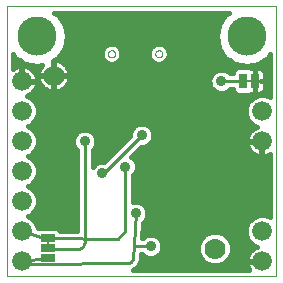
<source format=gbl>
G75*
%MOIN*%
%OFA0B0*%
%FSLAX25Y25*%
%IPPOS*%
%LPD*%
%AMOC8*
5,1,8,0,0,1.08239X$1,22.5*
%
%ADD10C,0.00000*%
%ADD11C,0.13055*%
%ADD12C,0.06600*%
%ADD13C,0.00800*%
%ADD14R,0.02500X0.05000*%
%ADD15C,0.07000*%
%ADD16R,0.05000X0.02500*%
%ADD17C,0.01600*%
%ADD18C,0.03562*%
%ADD19C,0.01000*%
%ADD20C,0.00001*%
D10*
X0007800Y0007420D02*
X0007800Y0097421D01*
X0097681Y0097421D01*
X0097681Y0007420D01*
X0007800Y0007420D01*
X0041555Y0081555D02*
X0041557Y0081624D01*
X0041563Y0081692D01*
X0041573Y0081760D01*
X0041587Y0081827D01*
X0041605Y0081894D01*
X0041626Y0081959D01*
X0041652Y0082023D01*
X0041681Y0082085D01*
X0041713Y0082145D01*
X0041749Y0082204D01*
X0041789Y0082260D01*
X0041831Y0082314D01*
X0041877Y0082365D01*
X0041926Y0082414D01*
X0041977Y0082460D01*
X0042031Y0082502D01*
X0042087Y0082542D01*
X0042145Y0082578D01*
X0042206Y0082610D01*
X0042268Y0082639D01*
X0042332Y0082665D01*
X0042397Y0082686D01*
X0042464Y0082704D01*
X0042531Y0082718D01*
X0042599Y0082728D01*
X0042667Y0082734D01*
X0042736Y0082736D01*
X0042805Y0082734D01*
X0042873Y0082728D01*
X0042941Y0082718D01*
X0043008Y0082704D01*
X0043075Y0082686D01*
X0043140Y0082665D01*
X0043204Y0082639D01*
X0043266Y0082610D01*
X0043326Y0082578D01*
X0043385Y0082542D01*
X0043441Y0082502D01*
X0043495Y0082460D01*
X0043546Y0082414D01*
X0043595Y0082365D01*
X0043641Y0082314D01*
X0043683Y0082260D01*
X0043723Y0082204D01*
X0043759Y0082145D01*
X0043791Y0082085D01*
X0043820Y0082023D01*
X0043846Y0081959D01*
X0043867Y0081894D01*
X0043885Y0081827D01*
X0043899Y0081760D01*
X0043909Y0081692D01*
X0043915Y0081624D01*
X0043917Y0081555D01*
X0043915Y0081486D01*
X0043909Y0081418D01*
X0043899Y0081350D01*
X0043885Y0081283D01*
X0043867Y0081216D01*
X0043846Y0081151D01*
X0043820Y0081087D01*
X0043791Y0081025D01*
X0043759Y0080964D01*
X0043723Y0080906D01*
X0043683Y0080850D01*
X0043641Y0080796D01*
X0043595Y0080745D01*
X0043546Y0080696D01*
X0043495Y0080650D01*
X0043441Y0080608D01*
X0043385Y0080568D01*
X0043327Y0080532D01*
X0043266Y0080500D01*
X0043204Y0080471D01*
X0043140Y0080445D01*
X0043075Y0080424D01*
X0043008Y0080406D01*
X0042941Y0080392D01*
X0042873Y0080382D01*
X0042805Y0080376D01*
X0042736Y0080374D01*
X0042667Y0080376D01*
X0042599Y0080382D01*
X0042531Y0080392D01*
X0042464Y0080406D01*
X0042397Y0080424D01*
X0042332Y0080445D01*
X0042268Y0080471D01*
X0042206Y0080500D01*
X0042145Y0080532D01*
X0042087Y0080568D01*
X0042031Y0080608D01*
X0041977Y0080650D01*
X0041926Y0080696D01*
X0041877Y0080745D01*
X0041831Y0080796D01*
X0041789Y0080850D01*
X0041749Y0080906D01*
X0041713Y0080964D01*
X0041681Y0081025D01*
X0041652Y0081087D01*
X0041626Y0081151D01*
X0041605Y0081216D01*
X0041587Y0081283D01*
X0041573Y0081350D01*
X0041563Y0081418D01*
X0041557Y0081486D01*
X0041555Y0081555D01*
X0057303Y0081555D02*
X0057305Y0081624D01*
X0057311Y0081692D01*
X0057321Y0081760D01*
X0057335Y0081827D01*
X0057353Y0081894D01*
X0057374Y0081959D01*
X0057400Y0082023D01*
X0057429Y0082085D01*
X0057461Y0082145D01*
X0057497Y0082204D01*
X0057537Y0082260D01*
X0057579Y0082314D01*
X0057625Y0082365D01*
X0057674Y0082414D01*
X0057725Y0082460D01*
X0057779Y0082502D01*
X0057835Y0082542D01*
X0057893Y0082578D01*
X0057954Y0082610D01*
X0058016Y0082639D01*
X0058080Y0082665D01*
X0058145Y0082686D01*
X0058212Y0082704D01*
X0058279Y0082718D01*
X0058347Y0082728D01*
X0058415Y0082734D01*
X0058484Y0082736D01*
X0058553Y0082734D01*
X0058621Y0082728D01*
X0058689Y0082718D01*
X0058756Y0082704D01*
X0058823Y0082686D01*
X0058888Y0082665D01*
X0058952Y0082639D01*
X0059014Y0082610D01*
X0059074Y0082578D01*
X0059133Y0082542D01*
X0059189Y0082502D01*
X0059243Y0082460D01*
X0059294Y0082414D01*
X0059343Y0082365D01*
X0059389Y0082314D01*
X0059431Y0082260D01*
X0059471Y0082204D01*
X0059507Y0082145D01*
X0059539Y0082085D01*
X0059568Y0082023D01*
X0059594Y0081959D01*
X0059615Y0081894D01*
X0059633Y0081827D01*
X0059647Y0081760D01*
X0059657Y0081692D01*
X0059663Y0081624D01*
X0059665Y0081555D01*
X0059663Y0081486D01*
X0059657Y0081418D01*
X0059647Y0081350D01*
X0059633Y0081283D01*
X0059615Y0081216D01*
X0059594Y0081151D01*
X0059568Y0081087D01*
X0059539Y0081025D01*
X0059507Y0080964D01*
X0059471Y0080906D01*
X0059431Y0080850D01*
X0059389Y0080796D01*
X0059343Y0080745D01*
X0059294Y0080696D01*
X0059243Y0080650D01*
X0059189Y0080608D01*
X0059133Y0080568D01*
X0059075Y0080532D01*
X0059014Y0080500D01*
X0058952Y0080471D01*
X0058888Y0080445D01*
X0058823Y0080424D01*
X0058756Y0080406D01*
X0058689Y0080392D01*
X0058621Y0080382D01*
X0058553Y0080376D01*
X0058484Y0080374D01*
X0058415Y0080376D01*
X0058347Y0080382D01*
X0058279Y0080392D01*
X0058212Y0080406D01*
X0058145Y0080424D01*
X0058080Y0080445D01*
X0058016Y0080471D01*
X0057954Y0080500D01*
X0057893Y0080532D01*
X0057835Y0080568D01*
X0057779Y0080608D01*
X0057725Y0080650D01*
X0057674Y0080696D01*
X0057625Y0080745D01*
X0057579Y0080796D01*
X0057537Y0080850D01*
X0057497Y0080906D01*
X0057461Y0080964D01*
X0057429Y0081025D01*
X0057400Y0081087D01*
X0057374Y0081151D01*
X0057353Y0081216D01*
X0057335Y0081283D01*
X0057321Y0081350D01*
X0057311Y0081418D01*
X0057305Y0081486D01*
X0057303Y0081555D01*
D11*
X0087800Y0087420D03*
X0017800Y0087420D03*
D12*
X0012800Y0072420D03*
X0012800Y0062420D03*
X0012800Y0052420D03*
X0012800Y0042420D03*
X0012800Y0032420D03*
X0012800Y0022420D03*
X0012800Y0012420D03*
X0092800Y0012420D03*
X0092800Y0022420D03*
X0092800Y0052420D03*
X0092800Y0062420D03*
D13*
X0090200Y0072520D02*
X0087200Y0072520D01*
X0040300Y0041920D02*
X0039700Y0041720D01*
X0021400Y0019320D02*
X0021400Y0016820D01*
D14*
X0086700Y0072520D03*
X0090700Y0072520D03*
D15*
X0077200Y0016620D03*
X0023500Y0074220D03*
D16*
X0021400Y0020020D03*
X0021400Y0016820D03*
X0021400Y0013620D03*
D17*
X0025537Y0022602D02*
X0024770Y0023370D01*
X0018784Y0023370D01*
X0018177Y0023548D01*
X0017378Y0025479D01*
X0015859Y0026998D01*
X0014840Y0027420D01*
X0015859Y0027842D01*
X0017378Y0029361D01*
X0018200Y0031346D01*
X0018200Y0033494D01*
X0017378Y0035479D01*
X0015859Y0036998D01*
X0014840Y0037420D01*
X0015859Y0037842D01*
X0017378Y0039361D01*
X0018200Y0041346D01*
X0018200Y0043494D01*
X0017378Y0045479D01*
X0015859Y0046998D01*
X0014840Y0047420D01*
X0015859Y0047842D01*
X0017378Y0049361D01*
X0018200Y0051346D01*
X0018200Y0053494D01*
X0017378Y0055479D01*
X0015859Y0056998D01*
X0014840Y0057420D01*
X0015859Y0057842D01*
X0017378Y0059361D01*
X0018200Y0061346D01*
X0018200Y0063494D01*
X0017378Y0065479D01*
X0015859Y0066998D01*
X0014433Y0067588D01*
X0014758Y0067694D01*
X0015473Y0068058D01*
X0016122Y0068530D01*
X0016690Y0069098D01*
X0017162Y0069747D01*
X0017526Y0070462D01*
X0017774Y0071226D01*
X0017900Y0072019D01*
X0017900Y0072236D01*
X0012984Y0072236D01*
X0012984Y0072604D01*
X0012616Y0072604D01*
X0012616Y0077520D01*
X0012399Y0077520D01*
X0011606Y0077394D01*
X0010842Y0077146D01*
X0010127Y0076782D01*
X0009900Y0076617D01*
X0009900Y0081524D01*
X0010703Y0080323D01*
X0013959Y0078147D01*
X0017800Y0077383D01*
X0019507Y0077723D01*
X0019457Y0077673D01*
X0018967Y0076998D01*
X0018588Y0076254D01*
X0018330Y0075461D01*
X0018200Y0074637D01*
X0018200Y0074420D01*
X0023300Y0074420D01*
X0023300Y0079256D01*
X0024897Y0080323D01*
X0027073Y0083579D01*
X0027837Y0087420D01*
X0027073Y0091261D01*
X0024897Y0094517D01*
X0023695Y0095321D01*
X0081905Y0095321D01*
X0080703Y0094517D01*
X0078527Y0091261D01*
X0077763Y0087420D01*
X0078527Y0083579D01*
X0080703Y0080323D01*
X0083959Y0078147D01*
X0087800Y0077383D01*
X0091641Y0078147D01*
X0094897Y0080323D01*
X0095581Y0081347D01*
X0095581Y0067113D01*
X0093874Y0067820D01*
X0091726Y0067820D01*
X0089741Y0066998D01*
X0088222Y0065479D01*
X0087400Y0063494D01*
X0087400Y0061346D01*
X0088222Y0059361D01*
X0089741Y0057842D01*
X0091167Y0057252D01*
X0090842Y0057146D01*
X0090127Y0056782D01*
X0089478Y0056310D01*
X0088910Y0055742D01*
X0088438Y0055093D01*
X0088074Y0054378D01*
X0087826Y0053614D01*
X0087700Y0052821D01*
X0087700Y0052604D01*
X0092616Y0052604D01*
X0092616Y0052236D01*
X0092984Y0052236D01*
X0092984Y0047320D01*
X0093201Y0047320D01*
X0093994Y0047446D01*
X0094758Y0047694D01*
X0095473Y0048058D01*
X0095581Y0048137D01*
X0095581Y0027113D01*
X0093874Y0027820D01*
X0091726Y0027820D01*
X0089741Y0026998D01*
X0088222Y0025479D01*
X0087400Y0023494D01*
X0087400Y0021346D01*
X0088222Y0019361D01*
X0089741Y0017842D01*
X0091167Y0017252D01*
X0090842Y0017146D01*
X0090127Y0016782D01*
X0089478Y0016310D01*
X0088910Y0015742D01*
X0088438Y0015093D01*
X0088074Y0014378D01*
X0087826Y0013614D01*
X0087700Y0012821D01*
X0087700Y0012604D01*
X0092616Y0012604D01*
X0092616Y0012236D01*
X0087700Y0012236D01*
X0087700Y0012019D01*
X0087826Y0011226D01*
X0088074Y0010462D01*
X0088438Y0009747D01*
X0088603Y0009520D01*
X0049745Y0009520D01*
X0051301Y0010419D01*
X0052400Y0012321D01*
X0052400Y0013335D01*
X0052497Y0014820D01*
X0052911Y0014820D01*
X0053602Y0014130D01*
X0055028Y0013539D01*
X0056572Y0013539D01*
X0057998Y0014130D01*
X0059090Y0015222D01*
X0059681Y0016648D01*
X0059681Y0018192D01*
X0059090Y0019618D01*
X0057998Y0020710D01*
X0056572Y0021301D01*
X0055028Y0021301D01*
X0053602Y0020710D01*
X0052911Y0020020D01*
X0052841Y0020020D01*
X0053198Y0025329D01*
X0054090Y0026222D01*
X0054681Y0027648D01*
X0054681Y0029192D01*
X0054090Y0030618D01*
X0052998Y0031710D01*
X0051572Y0032301D01*
X0050028Y0032301D01*
X0049900Y0032248D01*
X0049900Y0041031D01*
X0050590Y0041722D01*
X0051181Y0043148D01*
X0051181Y0044692D01*
X0050590Y0046118D01*
X0049498Y0047210D01*
X0049335Y0047278D01*
X0052596Y0050539D01*
X0053572Y0050539D01*
X0054998Y0051130D01*
X0056090Y0052222D01*
X0056681Y0053648D01*
X0056681Y0055192D01*
X0056090Y0056618D01*
X0054998Y0057710D01*
X0053572Y0058301D01*
X0052028Y0058301D01*
X0050602Y0057710D01*
X0049510Y0056618D01*
X0048919Y0055192D01*
X0048919Y0054216D01*
X0040304Y0045601D01*
X0038928Y0045601D01*
X0037502Y0045010D01*
X0036410Y0043918D01*
X0036400Y0043895D01*
X0036400Y0049531D01*
X0037090Y0050222D01*
X0037681Y0051648D01*
X0037681Y0053192D01*
X0037090Y0054618D01*
X0035998Y0055710D01*
X0034572Y0056301D01*
X0033028Y0056301D01*
X0031602Y0055710D01*
X0030510Y0054618D01*
X0029919Y0053192D01*
X0029919Y0051648D01*
X0030510Y0050222D01*
X0031200Y0049531D01*
X0031200Y0022578D01*
X0025537Y0022602D01*
X0031200Y0023405D02*
X0018665Y0023405D01*
X0017575Y0025004D02*
X0031200Y0025004D01*
X0031200Y0026602D02*
X0016255Y0026602D01*
X0016217Y0028201D02*
X0031200Y0028201D01*
X0031200Y0029799D02*
X0017559Y0029799D01*
X0018200Y0031398D02*
X0031200Y0031398D01*
X0031200Y0032996D02*
X0018200Y0032996D01*
X0017744Y0034595D02*
X0031200Y0034595D01*
X0031200Y0036193D02*
X0016664Y0036193D01*
X0015737Y0037792D02*
X0031200Y0037792D01*
X0031200Y0039390D02*
X0017390Y0039390D01*
X0018052Y0040989D02*
X0031200Y0040989D01*
X0031200Y0042587D02*
X0018200Y0042587D01*
X0017914Y0044186D02*
X0031200Y0044186D01*
X0031200Y0045784D02*
X0017072Y0045784D01*
X0014930Y0047383D02*
X0031200Y0047383D01*
X0031200Y0048981D02*
X0016998Y0048981D01*
X0017883Y0050580D02*
X0030361Y0050580D01*
X0029919Y0052178D02*
X0018200Y0052178D01*
X0018083Y0053777D02*
X0030161Y0053777D01*
X0031267Y0055375D02*
X0017421Y0055375D01*
X0015883Y0056974D02*
X0049865Y0056974D01*
X0048995Y0055375D02*
X0036333Y0055375D01*
X0037439Y0053777D02*
X0048480Y0053777D01*
X0046881Y0052178D02*
X0037681Y0052178D01*
X0037239Y0050580D02*
X0045283Y0050580D01*
X0043684Y0048981D02*
X0036400Y0048981D01*
X0036400Y0047383D02*
X0042086Y0047383D01*
X0040487Y0045784D02*
X0036400Y0045784D01*
X0036400Y0044186D02*
X0036677Y0044186D01*
X0049440Y0047383D02*
X0092002Y0047383D01*
X0091606Y0047446D02*
X0092399Y0047320D01*
X0092616Y0047320D01*
X0092616Y0052236D01*
X0087700Y0052236D01*
X0087700Y0052019D01*
X0087826Y0051226D01*
X0088074Y0050462D01*
X0088438Y0049747D01*
X0088910Y0049098D01*
X0089478Y0048530D01*
X0090127Y0048058D01*
X0090842Y0047694D01*
X0091606Y0047446D01*
X0092616Y0047383D02*
X0092984Y0047383D01*
X0093598Y0047383D02*
X0095581Y0047383D01*
X0095581Y0045784D02*
X0050729Y0045784D01*
X0051181Y0044186D02*
X0095581Y0044186D01*
X0095581Y0042587D02*
X0050949Y0042587D01*
X0049900Y0040989D02*
X0095581Y0040989D01*
X0095581Y0039390D02*
X0049900Y0039390D01*
X0049900Y0037792D02*
X0095581Y0037792D01*
X0095581Y0036193D02*
X0049900Y0036193D01*
X0049900Y0034595D02*
X0095581Y0034595D01*
X0095581Y0032996D02*
X0049900Y0032996D01*
X0053311Y0031398D02*
X0095581Y0031398D01*
X0095581Y0029799D02*
X0054430Y0029799D01*
X0054681Y0028201D02*
X0095581Y0028201D01*
X0089345Y0026602D02*
X0054248Y0026602D01*
X0053176Y0025004D02*
X0088025Y0025004D01*
X0087400Y0023405D02*
X0053069Y0023405D01*
X0052961Y0021807D02*
X0075088Y0021807D01*
X0076086Y0022220D02*
X0074028Y0021367D01*
X0072453Y0019792D01*
X0071600Y0017734D01*
X0071600Y0015506D01*
X0072453Y0013448D01*
X0074028Y0011873D01*
X0076086Y0011020D01*
X0078314Y0011020D01*
X0080372Y0011873D01*
X0081947Y0013448D01*
X0082800Y0015506D01*
X0082800Y0017734D01*
X0081947Y0019792D01*
X0080372Y0021367D01*
X0078314Y0022220D01*
X0076086Y0022220D01*
X0079312Y0021807D02*
X0087400Y0021807D01*
X0087871Y0020208D02*
X0081531Y0020208D01*
X0082437Y0018610D02*
X0088974Y0018610D01*
X0090577Y0017011D02*
X0082800Y0017011D01*
X0082761Y0015413D02*
X0088670Y0015413D01*
X0087891Y0013814D02*
X0082099Y0013814D01*
X0080715Y0012216D02*
X0087700Y0012216D01*
X0088023Y0010617D02*
X0051416Y0010617D01*
X0051301Y0010419D02*
X0051301Y0010419D01*
X0051301Y0010419D01*
X0052339Y0012216D02*
X0073685Y0012216D01*
X0072301Y0013814D02*
X0057236Y0013814D01*
X0059169Y0015413D02*
X0071639Y0015413D01*
X0071600Y0017011D02*
X0059681Y0017011D01*
X0059508Y0018610D02*
X0071963Y0018610D01*
X0072869Y0020208D02*
X0058501Y0020208D01*
X0053099Y0020208D02*
X0052854Y0020208D01*
X0052431Y0013814D02*
X0054364Y0013814D01*
X0051038Y0048981D02*
X0089026Y0048981D01*
X0088035Y0050580D02*
X0053671Y0050580D01*
X0056047Y0052178D02*
X0087700Y0052178D01*
X0087878Y0053777D02*
X0056681Y0053777D01*
X0056605Y0055375D02*
X0088643Y0055375D01*
X0090504Y0056974D02*
X0055735Y0056974D01*
X0076010Y0070222D02*
X0075605Y0071198D01*
X0075596Y0071208D01*
X0075577Y0071265D01*
X0075419Y0071648D01*
X0075419Y0071716D01*
X0075300Y0072003D01*
X0075300Y0072099D01*
X0075270Y0072189D01*
X0075300Y0072613D01*
X0075300Y0073037D01*
X0075337Y0073126D01*
X0075343Y0073221D01*
X0075533Y0073601D01*
X0075696Y0073993D01*
X0075764Y0074060D01*
X0075806Y0074146D01*
X0075818Y0074156D01*
X0076010Y0074618D01*
X0077102Y0075710D01*
X0078528Y0076301D01*
X0080072Y0076301D01*
X0081498Y0075710D01*
X0082089Y0075120D01*
X0083350Y0075120D01*
X0083350Y0075890D01*
X0084580Y0077120D01*
X0088820Y0077120D01*
X0089140Y0076800D01*
X0089213Y0076820D01*
X0090700Y0076820D01*
X0090700Y0075019D01*
X0090700Y0076820D01*
X0092187Y0076820D01*
X0092645Y0076697D01*
X0093055Y0076460D01*
X0093390Y0076125D01*
X0093627Y0075715D01*
X0093750Y0075257D01*
X0093750Y0072520D01*
X0092700Y0072520D01*
X0092700Y0072520D01*
X0093750Y0072520D01*
X0093750Y0069783D01*
X0093627Y0069325D01*
X0093390Y0068915D01*
X0093055Y0068580D01*
X0092645Y0068343D01*
X0092187Y0068220D01*
X0090700Y0068220D01*
X0090700Y0070021D01*
X0090700Y0070021D01*
X0090700Y0068220D01*
X0089213Y0068220D01*
X0089140Y0068240D01*
X0088820Y0067920D01*
X0084580Y0067920D01*
X0083350Y0069150D01*
X0083350Y0069920D01*
X0082289Y0069920D01*
X0081498Y0069130D01*
X0080072Y0068539D01*
X0078528Y0068539D01*
X0077102Y0069130D01*
X0076010Y0070222D01*
X0076469Y0069762D02*
X0026381Y0069762D01*
X0026278Y0069687D02*
X0026953Y0070177D01*
X0027543Y0070767D01*
X0028033Y0071442D01*
X0028412Y0072185D01*
X0028669Y0072979D01*
X0028800Y0073803D01*
X0028800Y0074020D01*
X0023700Y0074020D01*
X0023700Y0074420D01*
X0023300Y0074420D01*
X0023300Y0074020D01*
X0018200Y0074020D01*
X0018200Y0073803D01*
X0018330Y0072979D01*
X0018588Y0072185D01*
X0018967Y0071442D01*
X0019457Y0070767D01*
X0020047Y0070177D01*
X0020722Y0069687D01*
X0021466Y0069308D01*
X0022259Y0069050D01*
X0023083Y0068920D01*
X0023300Y0068920D01*
X0023300Y0074020D01*
X0023700Y0074020D01*
X0023700Y0068920D01*
X0023917Y0068920D01*
X0024741Y0069050D01*
X0025534Y0069308D01*
X0026278Y0069687D01*
X0027974Y0071360D02*
X0075538Y0071360D01*
X0075300Y0072959D02*
X0028663Y0072959D01*
X0028800Y0074420D02*
X0028800Y0074637D01*
X0028669Y0075461D01*
X0028412Y0076254D01*
X0028033Y0076998D01*
X0027543Y0077673D01*
X0026953Y0078263D01*
X0026278Y0078753D01*
X0025534Y0079132D01*
X0024741Y0079389D01*
X0023917Y0079520D01*
X0023700Y0079520D01*
X0023700Y0074420D01*
X0028800Y0074420D01*
X0028800Y0074557D02*
X0075984Y0074557D01*
X0078178Y0076156D02*
X0028444Y0076156D01*
X0027461Y0077754D02*
X0085932Y0077754D01*
X0083616Y0076156D02*
X0080422Y0076156D01*
X0082154Y0079353D02*
X0060922Y0079353D01*
X0061266Y0079696D02*
X0061765Y0080902D01*
X0061765Y0082208D01*
X0061266Y0083414D01*
X0060343Y0084337D01*
X0059137Y0084836D01*
X0057831Y0084836D01*
X0056625Y0084337D01*
X0055702Y0083414D01*
X0055203Y0082208D01*
X0055203Y0080902D01*
X0055702Y0079696D01*
X0056625Y0078773D01*
X0057831Y0078274D01*
X0059137Y0078274D01*
X0060343Y0078773D01*
X0061266Y0079696D01*
X0061765Y0080952D02*
X0080283Y0080952D01*
X0079215Y0082550D02*
X0061623Y0082550D01*
X0060531Y0084149D02*
X0078414Y0084149D01*
X0078096Y0085747D02*
X0027504Y0085747D01*
X0027186Y0084149D02*
X0040689Y0084149D01*
X0040877Y0084337D02*
X0039954Y0083414D01*
X0039455Y0082208D01*
X0039455Y0080902D01*
X0039954Y0079696D01*
X0040877Y0078773D01*
X0042083Y0078274D01*
X0043389Y0078274D01*
X0044595Y0078773D01*
X0045518Y0079696D01*
X0046017Y0080902D01*
X0046017Y0082208D01*
X0045518Y0083414D01*
X0044595Y0084337D01*
X0043389Y0084836D01*
X0042083Y0084836D01*
X0040877Y0084337D01*
X0039597Y0082550D02*
X0026385Y0082550D01*
X0025317Y0080952D02*
X0039455Y0080952D01*
X0040298Y0079353D02*
X0024853Y0079353D01*
X0023700Y0079353D02*
X0023446Y0079353D01*
X0023300Y0077754D02*
X0023700Y0077754D01*
X0023700Y0076156D02*
X0023300Y0076156D01*
X0023300Y0074557D02*
X0023700Y0074557D01*
X0023700Y0072959D02*
X0023300Y0072959D01*
X0023300Y0071360D02*
X0023700Y0071360D01*
X0023700Y0069762D02*
X0023300Y0069762D01*
X0020619Y0069762D02*
X0017170Y0069762D01*
X0015618Y0068163D02*
X0084337Y0068163D01*
X0083350Y0069762D02*
X0082131Y0069762D01*
X0088010Y0064966D02*
X0017590Y0064966D01*
X0018200Y0063368D02*
X0087400Y0063368D01*
X0087400Y0061769D02*
X0018200Y0061769D01*
X0017713Y0060171D02*
X0087887Y0060171D01*
X0089011Y0058572D02*
X0016589Y0058572D01*
X0016292Y0066565D02*
X0089308Y0066565D01*
X0089063Y0068163D02*
X0095581Y0068163D01*
X0095581Y0069762D02*
X0093744Y0069762D01*
X0093750Y0071360D02*
X0095581Y0071360D01*
X0095581Y0072959D02*
X0093750Y0072959D01*
X0093750Y0074557D02*
X0095581Y0074557D01*
X0095581Y0076156D02*
X0093360Y0076156D01*
X0090700Y0076156D02*
X0090700Y0076156D01*
X0090700Y0075019D02*
X0090700Y0075019D01*
X0089668Y0077754D02*
X0095581Y0077754D01*
X0095581Y0079353D02*
X0093446Y0079353D01*
X0095317Y0080952D02*
X0095581Y0080952D01*
X0090700Y0069762D02*
X0090700Y0069762D01*
X0092616Y0052178D02*
X0092984Y0052178D01*
X0092984Y0050580D02*
X0092616Y0050580D01*
X0092616Y0048981D02*
X0092984Y0048981D01*
X0056437Y0084149D02*
X0044783Y0084149D01*
X0045875Y0082550D02*
X0055345Y0082550D01*
X0055203Y0080952D02*
X0046017Y0080952D01*
X0045174Y0079353D02*
X0056046Y0079353D01*
X0077778Y0087346D02*
X0027822Y0087346D01*
X0027534Y0088944D02*
X0078066Y0088944D01*
X0078384Y0090543D02*
X0027216Y0090543D01*
X0026485Y0092141D02*
X0079115Y0092141D01*
X0080183Y0093740D02*
X0025417Y0093740D01*
X0012154Y0079353D02*
X0009900Y0079353D01*
X0009900Y0080952D02*
X0010283Y0080952D01*
X0009900Y0077754D02*
X0015932Y0077754D01*
X0015473Y0076782D02*
X0014758Y0077146D01*
X0013994Y0077394D01*
X0013201Y0077520D01*
X0012984Y0077520D01*
X0012984Y0072604D01*
X0017900Y0072604D01*
X0017900Y0072821D01*
X0017774Y0073614D01*
X0017526Y0074378D01*
X0017162Y0075093D01*
X0016690Y0075742D01*
X0016122Y0076310D01*
X0015473Y0076782D01*
X0016276Y0076156D02*
X0018556Y0076156D01*
X0018200Y0074557D02*
X0017435Y0074557D01*
X0017878Y0072959D02*
X0018337Y0072959D01*
X0017796Y0071360D02*
X0019026Y0071360D01*
X0012984Y0072959D02*
X0012616Y0072959D01*
X0012616Y0074557D02*
X0012984Y0074557D01*
X0012984Y0076156D02*
X0012616Y0076156D01*
D18*
X0033800Y0052420D03*
X0039700Y0041720D03*
X0047300Y0043920D03*
X0052800Y0054420D03*
X0066700Y0041920D03*
X0066700Y0036920D03*
X0050800Y0028420D03*
X0055800Y0017420D03*
X0079300Y0072420D03*
D19*
X0079251Y0072381D01*
X0079201Y0072345D01*
X0079148Y0072312D01*
X0079093Y0072282D01*
X0079036Y0072256D01*
X0078978Y0072234D01*
X0078919Y0072215D01*
X0078858Y0072200D01*
X0078797Y0072189D01*
X0078735Y0072182D01*
X0078673Y0072178D01*
X0078610Y0072179D01*
X0078548Y0072183D01*
X0078487Y0072192D01*
X0078425Y0072204D01*
X0078365Y0072220D01*
X0078306Y0072240D01*
X0078248Y0072263D01*
X0078192Y0072290D01*
X0078138Y0072320D01*
X0078085Y0072354D01*
X0078035Y0072391D01*
X0077988Y0072431D01*
X0077943Y0072475D01*
X0077900Y0072520D01*
X0086700Y0072520D01*
X0052800Y0054420D02*
X0040300Y0041920D01*
X0047300Y0043920D02*
X0047300Y0022420D01*
X0044800Y0019920D01*
X0021400Y0020020D01*
X0021300Y0019920D02*
X0012800Y0022420D01*
X0012800Y0012420D02*
X0021300Y0013420D01*
X0021800Y0016420D02*
X0031300Y0016420D01*
X0031403Y0016432D01*
X0031505Y0016447D01*
X0031606Y0016466D01*
X0031707Y0016488D01*
X0031807Y0016515D01*
X0031906Y0016545D01*
X0032003Y0016579D01*
X0032099Y0016616D01*
X0032194Y0016657D01*
X0032287Y0016702D01*
X0032379Y0016750D01*
X0032468Y0016801D01*
X0032556Y0016856D01*
X0032641Y0016914D01*
X0032725Y0016975D01*
X0032805Y0017039D01*
X0032884Y0017106D01*
X0032960Y0017176D01*
X0033033Y0017249D01*
X0033103Y0017324D01*
X0033171Y0017402D01*
X0033236Y0017483D01*
X0033297Y0017566D01*
X0033356Y0017651D01*
X0033411Y0017738D01*
X0033463Y0017828D01*
X0033511Y0017919D01*
X0033556Y0018012D01*
X0033598Y0018106D01*
X0033636Y0018202D01*
X0033670Y0018300D01*
X0033701Y0018398D01*
X0033728Y0018498D01*
X0033751Y0018598D01*
X0033771Y0018700D01*
X0033786Y0018802D01*
X0033798Y0018904D01*
X0033806Y0019007D01*
X0033810Y0019111D01*
X0033811Y0019214D01*
X0033807Y0019317D01*
X0033800Y0019420D01*
X0033800Y0052420D01*
X0050800Y0028420D02*
X0050092Y0017897D01*
X0049800Y0013420D01*
X0049798Y0013344D01*
X0049792Y0013268D01*
X0049783Y0013193D01*
X0049769Y0013118D01*
X0049752Y0013044D01*
X0049731Y0012971D01*
X0049707Y0012899D01*
X0049678Y0012828D01*
X0049647Y0012759D01*
X0049612Y0012692D01*
X0049573Y0012627D01*
X0049531Y0012563D01*
X0049486Y0012502D01*
X0049438Y0012443D01*
X0049387Y0012387D01*
X0049333Y0012333D01*
X0049277Y0012282D01*
X0049218Y0012234D01*
X0049157Y0012189D01*
X0049093Y0012147D01*
X0049028Y0012108D01*
X0048961Y0012073D01*
X0048892Y0012042D01*
X0048821Y0012013D01*
X0048749Y0011989D01*
X0048676Y0011968D01*
X0048602Y0011951D01*
X0048527Y0011937D01*
X0048452Y0011928D01*
X0048376Y0011922D01*
X0048300Y0011920D01*
X0016800Y0011420D01*
X0013800Y0011420D01*
X0012800Y0012420D01*
X0021400Y0016820D02*
X0021402Y0016781D01*
X0021408Y0016742D01*
X0021417Y0016704D01*
X0021430Y0016667D01*
X0021447Y0016631D01*
X0021467Y0016598D01*
X0021491Y0016566D01*
X0021517Y0016537D01*
X0021546Y0016511D01*
X0021578Y0016487D01*
X0021611Y0016467D01*
X0021647Y0016450D01*
X0021684Y0016437D01*
X0021722Y0016428D01*
X0021761Y0016422D01*
X0021800Y0016420D01*
X0050570Y0017420D02*
X0055800Y0017420D01*
X0050570Y0017420D02*
X0050528Y0017422D01*
X0050487Y0017427D01*
X0050447Y0017436D01*
X0050407Y0017449D01*
X0050368Y0017465D01*
X0050332Y0017484D01*
X0050296Y0017506D01*
X0050263Y0017532D01*
X0050233Y0017560D01*
X0050205Y0017590D01*
X0050179Y0017623D01*
X0050157Y0017659D01*
X0050138Y0017695D01*
X0050122Y0017734D01*
X0050109Y0017774D01*
X0050100Y0017814D01*
X0050095Y0017855D01*
X0050093Y0017897D01*
D20*
X0021400Y0020020D02*
X0021300Y0019920D01*
X0021400Y0013620D02*
X0021300Y0013520D01*
X0021300Y0013420D01*
M02*

</source>
